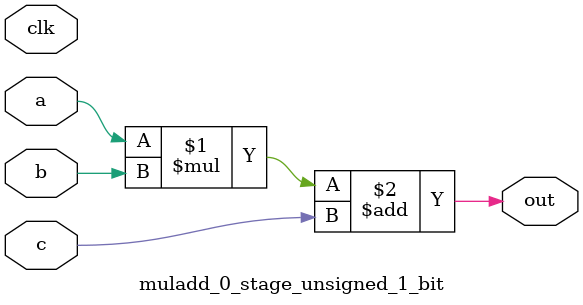
<source format=sv>
(* use_dsp = "yes" *) module muladd_0_stage_unsigned_1_bit(
	input  [0:0] a,
	input  [0:0] b,
	input  [0:0] c,
	output [0:0] out,
	input clk);

	assign out = (a * b) + c;
endmodule

</source>
